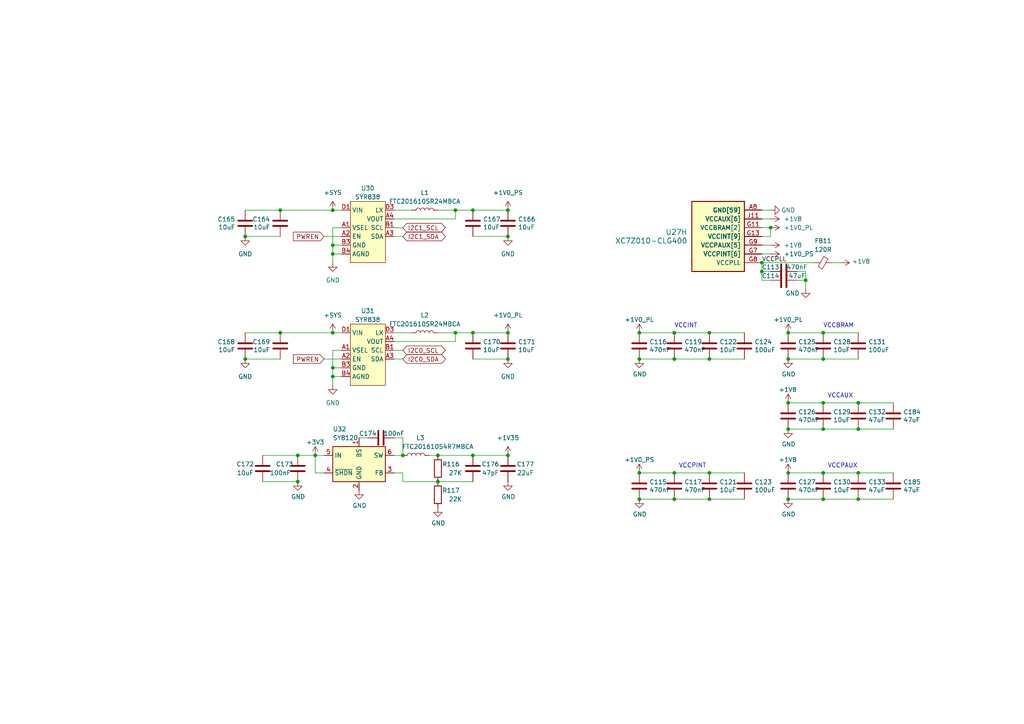
<source format=kicad_sch>
(kicad_sch (version 20231120) (generator "eeschema") (generator_version "8.0")
  (paper "A4")
  (title_block (title "Sitina 1 Sensor Board") (date "2024-03-25") (rev "R0.9") (company "Copyright 2024 Wenting Zhang"))
  (junction (at 137.16 96.52))
  (junction (at 127 139.7) (diameter 0.9144))
  (junction (at 195.58 137.16))
  (junction (at 96.52 73.66))
  (junction (at 248.92 124.46))
  (junction (at 147.32 96.52))
  (junction (at 96.52 60.96))
  (junction (at 228.6 137.16))
  (junction (at 185.42 144.78))
  (junction (at 147.32 132.08))
  (junction (at 116.84 132.08))
  (junction (at 195.58 96.52))
  (junction (at 147.32 104.14))
  (junction (at 248.92 144.78))
  (junction (at 220.98 78.74))
  (junction (at 147.32 68.58))
  (junction (at 71.12 104.14))
  (junction (at 86.36 139.7) (diameter 0.9144))
  (junction (at 205.74 104.14))
  (junction (at 238.76 116.84))
  (junction (at 223.52 66.04))
  (junction (at 137.16 60.96))
  (junction (at 228.6 104.14))
  (junction (at 132.08 60.96))
  (junction (at 228.6 96.52))
  (junction (at 147.32 60.96))
  (junction (at 238.76 104.14))
  (junction (at 233.68 81.28))
  (junction (at 238.76 144.78))
  (junction (at 185.42 96.52))
  (junction (at 195.58 104.14))
  (junction (at 91.44 132.08) (diameter 0.9144))
  (junction (at 71.12 68.58))
  (junction (at 132.08 96.52))
  (junction (at 238.76 137.16))
  (junction (at 185.42 104.14))
  (junction (at 96.52 71.12))
  (junction (at 86.36 132.08))
  (junction (at 205.74 144.78))
  (junction (at 195.58 144.78))
  (junction (at 137.16 132.08))
  (junction (at 96.52 109.22))
  (junction (at 220.98 76.2))
  (junction (at 248.92 116.84))
  (junction (at 81.28 96.52))
  (junction (at 205.74 96.52))
  (junction (at 127 132.08) (diameter 0.9144))
  (junction (at 96.52 106.68))
  (junction (at 228.6 116.84))
  (junction (at 238.76 124.46))
  (junction (at 185.42 137.16))
  (junction (at 81.28 60.96))
  (junction (at 248.92 137.16))
  (junction (at 205.74 137.16))
  (junction (at 238.76 96.52))
  (junction (at 228.6 124.46))
  (junction (at 96.52 96.52))
  (junction (at 228.6 144.78))
  (wire (pts (xy 96.52 73.66) (xy 96.52 76.2)))
  (wire (pts (xy 220.98 81.28) (xy 223.52 81.28)))
  (wire (pts (xy 195.58 137.16) (xy 205.74 137.16)))
  (wire (pts (xy 114.3 66.04) (xy 116.84 66.04)))
  (wire (pts (xy 96.52 101.6) (xy 96.52 106.68)))
  (wire (pts (xy 91.44 132.08) (xy 93.98 132.08)))
  (wire (pts (xy 132.08 96.52) (xy 137.16 96.52)))
  (wire (pts (xy 96.52 106.68) (xy 99.06 106.68)))
  (wire (pts (xy 114.3 104.14) (xy 116.84 104.14)))
  (wire (pts (xy 114.3 127) (xy 116.84 127)))
  (wire (pts (xy 220.98 68.58) (xy 223.52 68.58)))
  (wire (pts (xy 147.32 68.58) (xy 137.16 68.58)))
  (wire (pts (xy 114.3 99.06) (xy 132.08 99.06)))
  (wire (pts (xy 114.3 60.96) (xy 119.38 60.96)))
  (wire (pts (xy 114.3 68.58) (xy 116.84 68.58)))
  (wire (pts (xy 228.6 96.52) (xy 238.76 96.52)))
  (wire (pts (xy 96.52 73.66) (xy 99.06 73.66)))
  (wire (pts (xy 71.12 60.96) (xy 81.28 60.96)))
  (wire (pts (xy 220.98 60.96) (xy 223.52 60.96)))
  (wire (pts (xy 238.76 116.84) (xy 248.92 116.84)))
  (wire (pts (xy 116.84 132.08) (xy 114.3 132.08)))
  (wire (pts (xy 116.84 127) (xy 116.84 132.08)))
  (wire (pts (xy 220.98 78.74) (xy 223.52 78.74)))
  (wire (pts (xy 205.74 137.16) (xy 215.9 137.16)))
  (wire (pts (xy 248.92 124.46) (xy 259.08 124.46)))
  (wire (pts (xy 81.28 96.52) (xy 96.52 96.52)))
  (wire (pts (xy 195.58 96.52) (xy 205.74 96.52)))
  (wire (pts (xy 76.2 132.08) (xy 86.36 132.08)))
  (wire (pts (xy 223.52 66.04) (xy 223.52 68.58)))
  (wire (pts (xy 96.52 71.12) (xy 96.52 73.66)))
  (wire (pts (xy 71.12 68.58) (xy 81.28 68.58)))
  (wire (pts (xy 96.52 66.04) (xy 96.52 71.12)))
  (wire (pts (xy 195.58 104.14) (xy 205.74 104.14)))
  (wire (pts (xy 96.52 109.22) (xy 96.52 111.76)))
  (wire (pts (xy 127 139.7) (xy 137.16 139.7)))
  (wire (pts (xy 96.52 106.68) (xy 96.52 109.22)))
  (wire (pts (xy 93.98 68.58) (xy 99.06 68.58)))
  (wire (pts (xy 99.06 101.6) (xy 96.52 101.6)))
  (wire (pts (xy 220.98 73.66) (xy 223.52 73.66)))
  (wire (pts (xy 241.3 76.2) (xy 243.84 76.2)))
  (wire (pts (xy 228.6 144.78) (xy 238.76 144.78)))
  (wire (pts (xy 205.74 144.78) (xy 215.9 144.78)))
  (wire (pts (xy 185.42 96.52) (xy 195.58 96.52)))
  (wire (pts (xy 137.16 132.08) (xy 147.32 132.08)))
  (wire (pts (xy 238.76 137.16) (xy 248.92 137.16)))
  (wire (pts (xy 127 132.08) (xy 124.46 132.08)))
  (wire (pts (xy 104.14 127) (xy 106.68 127)))
  (wire (pts (xy 81.28 60.96) (xy 96.52 60.96)))
  (wire (pts (xy 76.2 139.7) (xy 86.36 139.7)))
  (wire (pts (xy 233.68 78.74) (xy 233.68 81.28)))
  (wire (pts (xy 220.98 71.12) (xy 223.52 71.12)))
  (wire (pts (xy 185.42 137.16) (xy 195.58 137.16)))
  (wire (pts (xy 96.52 71.12) (xy 99.06 71.12)))
  (wire (pts (xy 228.6 104.14) (xy 238.76 104.14)))
  (wire (pts (xy 132.08 99.06) (xy 132.08 96.52)))
  (wire (pts (xy 147.32 104.14) (xy 137.16 104.14)))
  (wire (pts (xy 91.44 132.08) (xy 91.44 137.16)))
  (wire (pts (xy 220.98 76.2) (xy 236.22 76.2)))
  (wire (pts (xy 248.92 144.78) (xy 259.08 144.78)))
  (wire (pts (xy 137.16 60.96) (xy 147.32 60.96)))
  (wire (pts (xy 220.98 66.04) (xy 223.52 66.04)))
  (wire (pts (xy 114.3 63.5) (xy 132.08 63.5)))
  (wire (pts (xy 228.6 116.84) (xy 238.76 116.84)))
  (wire (pts (xy 228.6 137.16) (xy 238.76 137.16)))
  (wire (pts (xy 132.08 60.96) (xy 137.16 60.96)))
  (wire (pts (xy 127 132.08) (xy 137.16 132.08)))
  (wire (pts (xy 96.52 96.52) (xy 99.06 96.52)))
  (wire (pts (xy 99.06 66.04) (xy 96.52 66.04)))
  (wire (pts (xy 238.76 124.46) (xy 248.92 124.46)))
  (wire (pts (xy 238.76 96.52) (xy 248.92 96.52)))
  (wire (pts (xy 231.14 81.28) (xy 233.68 81.28)))
  (wire (pts (xy 93.98 104.14) (xy 99.06 104.14)))
  (wire (pts (xy 116.84 137.16) (xy 116.84 139.7)))
  (wire (pts (xy 96.52 60.96) (xy 99.06 60.96)))
  (wire (pts (xy 205.74 96.52) (xy 215.9 96.52)))
  (wire (pts (xy 71.12 104.14) (xy 81.28 104.14)))
  (wire (pts (xy 220.98 63.5) (xy 223.52 63.5)))
  (wire (pts (xy 220.98 76.2) (xy 220.98 78.74)))
  (wire (pts (xy 220.98 78.74) (xy 220.98 81.28)))
  (wire (pts (xy 248.92 137.16) (xy 259.08 137.16)))
  (wire (pts (xy 71.12 96.52) (xy 81.28 96.52)))
  (wire (pts (xy 132.08 60.96) (xy 127 60.96)))
  (wire (pts (xy 132.08 96.52) (xy 127 96.52)))
  (wire (pts (xy 233.68 81.28) (xy 233.68 83.82)))
  (wire (pts (xy 248.92 116.84) (xy 259.08 116.84)))
  (wire (pts (xy 137.16 96.52) (xy 147.32 96.52)))
  (wire (pts (xy 114.3 96.52) (xy 119.38 96.52)))
  (wire (pts (xy 114.3 101.6) (xy 116.84 101.6)))
  (wire (pts (xy 238.76 144.78) (xy 248.92 144.78)))
  (wire (pts (xy 205.74 104.14) (xy 215.9 104.14)))
  (wire (pts (xy 127 139.7) (xy 116.84 139.7)))
  (wire (pts (xy 238.76 104.14) (xy 248.92 104.14)))
  (wire (pts (xy 96.52 109.22) (xy 99.06 109.22)))
  (wire (pts (xy 231.14 78.74) (xy 233.68 78.74)))
  (wire (pts (xy 185.42 104.14) (xy 195.58 104.14)))
  (wire (pts (xy 185.42 144.78) (xy 195.58 144.78)))
  (wire (pts (xy 93.98 137.16) (xy 91.44 137.16)))
  (wire (pts (xy 195.58 144.78) (xy 205.74 144.78)))
  (wire (pts (xy 114.3 137.16) (xy 116.84 137.16)))
  (wire (pts (xy 132.08 63.5) (xy 132.08 60.96)))
  (wire (pts (xy 86.36 132.08) (xy 91.44 132.08)))
  (wire (pts (xy 228.6 124.46) (xy 238.76 124.46)))
  (text "VCCPINT" (at 196.85 135.89 0) (effects (font (size 1.27 1.27)) (justify left bottom)))
  (text "VCCBRAM" (at 238.76 95.25 0) (effects (font (size 1.27 1.27)) (justify left bottom)))
  (text "VCCINT" (at 195.58 95.25 0) (effects (font (size 1.27 1.27)) (justify left bottom)))
  (text "VCCPAUX" (at 240.03 135.89 0) (effects (font (size 1.27 1.27)) (justify left bottom)))
  (text "VCCAUX" (at 240.03 115.57 0) (effects (font (size 1.27 1.27)) (justify left bottom)))
  (label "VCCPLL" (at 220.98 76.2 0))
  (global_label "PWREN" (shape input) (at 93.98 68.58 180) (property "Intersheetrefs" "${INTERSHEET_REFS}" (effects (hide yes))))
  (global_label "I2C1_SDA" (shape bidirectional) (at 116.84 68.58 0) (property "Intersheetrefs" "${INTERSHEET_REFS}" (effects (hide yes))))
  (global_label "PWREN" (shape input) (at 93.98 104.14 180) (property "Intersheetrefs" "${INTERSHEET_REFS}" (effects (hide yes))))
  (global_label "I2C0_SDA" (shape bidirectional) (at 116.84 104.14 0) (property "Intersheetrefs" "${INTERSHEET_REFS}" (effects (hide yes))))
  (global_label "I2C0_SCL" (shape bidirectional) (at 116.84 101.6 0) (property "Intersheetrefs" "${INTERSHEET_REFS}" (effects (hide yes))))
  (global_label "I2C1_SCL" (shape bidirectional) (at 116.84 66.04 0) (property "Intersheetrefs" "${INTERSHEET_REFS}" (effects (hide yes))))
  (symbol (lib_id "power:+1V0") (at 223.52 73.66 270) (unit 1)
    (property "Reference" "#PWR0214" (effects (hide yes)))
    (property "Value" "+1V0_PS" (at 227.33 73.6599 90) (effects (justify left)))
    (property "Description" "Power symbol creates a global label with name \"+1V0\"" (effects (hide yes)))
  )
  (symbol (lib_id "Device:L") (at 123.19 60.96 90) (unit 1)
    (property "Reference" "L1" (at 123.19 55.88 90))
    (property "Value" "FTC201610SR24MBCA" (at 123.19 58.42 90))
    (property "Footprint" "Inductor_SMD:L_Murata_DFE201610P" (effects (hide yes)))
  )
  (symbol (lib_id "Device:C") (at 110.49 127 270) (unit 1)
    (property "Reference" "C174" (at 106.68 125.73 90))
    (property "Value" "100nF" (at 114.3 125.73 90))
    (property "Footprint" "Capacitor_SMD:C_0402_1005Metric" (effects (hide yes)))
  )
  (symbol (lib_id "power:+3V3") (at 91.44 132.08 0) (unit 1)
    (property "Reference" "#PWR0283" (effects (hide yes)))
    (property "Value" "+3V3" (at 91.44 128.27 0))
  )
  (symbol (lib_id "Device:C") (at 227.33 81.28 270) (unit 1)
    (property "Reference" "C114" (at 223.52 80.01 90))
    (property "Value" "47uF" (at 231.14 80.01 90))
    (property "Footprint" "Capacitor_SMD:C_0805_2012Metric" (effects (hide yes)))
  )
  (symbol (lib_id "Device:C") (at 259.08 120.65 0) (unit 1)
    (property "Reference" "C184" (at 262.001 119.4816 0) (effects (justify left)))
    (property "Value" "47uF" (at 262.001 121.793 0) (effects (justify left)))
    (property "Footprint" "Capacitor_SMD:C_0603_1608Metric" (effects (hide yes)))
  )
  (symbol (lib_id "power:+1V0") (at 228.6 96.52 0) (unit 1)
    (property "Reference" "#PWR0234" (effects (hide yes)))
    (property "Value" "+1V0_PL" (at 228.6 92.71 0))
    (property "Description" "Power symbol creates a global label with name \"+1V0\"" (effects (hide yes)))
  )
  (symbol (lib_id "power:+1V8") (at 228.6 116.84 0) (mirror y) (unit 1)
    (property "Reference" "#PWR0240" (effects (hide yes)))
    (property "Value" "+1V8" (at 231.14 113.03 0) (effects (justify left)))
  )
  (symbol (lib_id "power:GND") (at 71.12 68.58 0) (unit 1)
    (property "Reference" "#PWR0275" (effects (hide yes)))
    (property "Value" "GND" (at 71.12 73.66 0))
    (property "Description" "Power symbol creates a global label with name \"GND\" , ground" (effects (hide yes)))
  )
  (symbol (lib_id "power:GND") (at 228.6 144.78 0) (unit 1)
    (property "Reference" "#PWR0243" (effects (hide yes)))
    (property "Value" "GND" (at 228.727 149.1742 0))
  )
  (symbol (lib_id "power:+1V0") (at 147.32 96.52 0) (unit 1)
    (property "Reference" "#PWR0281" (effects (hide yes)))
    (property "Value" "+1V0_PL" (at 147.32 91.44 0))
    (property "Description" "Power symbol creates a global label with name \"+1V0\"" (effects (hide yes)))
  )
  (symbol (lib_id "Device:C") (at 147.32 64.77 0) (unit 1)
    (property "Reference" "C166" (at 150.241 63.6016 0) (effects (justify left)))
    (property "Value" "10uF" (at 150.241 65.913 0) (effects (justify left)))
    (property "Footprint" "Capacitor_SMD:C_0603_1608Metric" (effects (hide yes)))
  )
  (symbol (lib_id "Device:C") (at 185.42 100.33 0) (unit 1)
    (property "Reference" "C116" (at 188.341 99.1616 0) (effects (justify left)))
    (property "Value" "470nF" (at 188.341 101.473 0) (effects (justify left)))
    (property "Footprint" "Capacitor_SMD:C_0402_1005Metric" (effects (hide yes)))
  )
  (symbol (lib_id "power:GND") (at 127 147.32 0) (unit 1)
    (property "Reference" "#PWR0287" (effects (hide yes)))
    (property "Value" "GND" (at 127.127 151.7142 0))
  )
  (symbol (lib_id "Device:R") (at 127 135.89 180) (unit 1)
    (property "Reference" "R116" (at 130.81 134.62 0))
    (property "Value" "27K" (at 132.08 137.16 0))
    (property "Footprint" "Resistor_SMD:R_0402_1005Metric" (effects (hide yes)))
  )
  (symbol (lib_id "Device:C") (at 76.2 135.89 0) (mirror y) (unit 1)
    (property "Reference" "C172" (at 71.12 134.62 0))
    (property "Value" "10uF" (at 71.12 137.16 0))
    (property "Footprint" "Capacitor_SMD:C_0603_1608Metric" (effects (hide yes)))
  )
  (symbol (lib_id "power:+1V35") (at 147.32 132.08 0) (unit 1)
    (property "Reference" "#PWR0284" (effects (hide yes)))
    (property "Value" "+1V35" (at 147.32 127 0))
    (property "Description" "Power symbol creates a global label with name \"+1V35\"" (effects (hide yes)))
  )
  (symbol (lib_id "power:+1V8") (at 223.52 63.5 270) (mirror x) (unit 1)
    (property "Reference" "#PWR0213" (effects (hide yes)))
    (property "Value" "+1V8" (at 227.33 63.5 90) (effects (justify left)))
  )
  (symbol (lib_id "power:GND") (at 228.6 124.46 0) (unit 1)
    (property "Reference" "#PWR0241" (effects (hide yes)))
    (property "Value" "GND" (at 228.727 128.8542 0))
  )
  (symbol (lib_id "symbols:XC7Z007S-CLG400") (at 220.98 60.96 0) (mirror y) (unit 8)
    (property "Reference" "U27" (at 199.39 67.31 0) (effects (font (size 1.524 1.524)) (justify left)))
    (property "Value" "XC7Z010-CLG400" (at 199.39 69.85 0) (effects (font (size 1.524 1.524)) (justify left)))
    (property "Footprint" "Package_BGA:Xilinx_CLG400" (effects (hide yes)))
    (property "desc" "xc7z007sclg400" (effects (hide yes)))
  )
  (symbol (lib_id "power:GND") (at 104.14 142.24 0) (unit 1)
    (property "Reference" "#PWR0285" (effects (hide yes)))
    (property "Value" "GND" (at 104.267 146.6342 0))
  )
  (symbol (lib_id "power:GND") (at 96.52 76.2 0) (unit 1)
    (property "Reference" "#PWR0274" (effects (hide yes)))
    (property "Value" "GND" (at 96.52 81.28 0))
    (property "Description" "Power symbol creates a global label with name \"GND\" , ground" (effects (hide yes)))
  )
  (symbol (lib_id "Device:C") (at 81.28 100.33 0) (mirror y) (unit 1)
    (property "Reference" "C169" (at 78.359 99.1616 0) (effects (justify left)))
    (property "Value" "10uF" (at 78.359 101.473 0) (effects (justify left)))
    (property "Footprint" "Capacitor_SMD:C_0603_1608Metric" (effects (hide yes)))
  )
  (symbol (lib_id "power:GND") (at 147.32 139.7 0) (unit 1)
    (property "Reference" "#PWR0289" (effects (hide yes)))
    (property "Value" "GND" (at 147.447 144.0942 0))
  )
  (symbol (lib_id "power:+1V8") (at 243.84 76.2 270) (mirror x) (unit 1)
    (property "Reference" "#PWR0225" (effects (hide yes)))
    (property "Value" "+1V8" (at 247.0912 75.819 90) (effects (justify left)))
  )
  (symbol (lib_id "power:GND") (at 71.12 104.14 0) (unit 1)
    (property "Reference" "#PWR0278" (effects (hide yes)))
    (property "Value" "GND" (at 71.12 109.22 0))
    (property "Description" "Power symbol creates a global label with name \"GND\" , ground" (effects (hide yes)))
  )
  (symbol (lib_id "Device:C") (at 228.6 120.65 0) (unit 1)
    (property "Reference" "C126" (at 231.521 119.4816 0) (effects (justify left)))
    (property "Value" "470nF" (at 231.521 121.793 0) (effects (justify left)))
    (property "Footprint" "Capacitor_SMD:C_0402_1005Metric" (effects (hide yes)))
  )
  (symbol (lib_id "power:GND") (at 96.52 111.76 0) (unit 1)
    (property "Reference" "#PWR0280" (effects (hide yes)))
    (property "Value" "GND" (at 96.52 116.84 0))
    (property "Description" "Power symbol creates a global label with name \"GND\" , ground" (effects (hide yes)))
  )
  (symbol (lib_id "Device:C") (at 238.76 100.33 0) (unit 1)
    (property "Reference" "C128" (at 241.681 99.1616 0) (effects (justify left)))
    (property "Value" "10uF" (at 241.681 101.473 0) (effects (justify left)))
    (property "Footprint" "Capacitor_SMD:C_0603_1608Metric" (effects (hide yes)))
  )
  (symbol (lib_id "Device:C") (at 248.92 140.97 0) (unit 1)
    (property "Reference" "C133" (at 251.841 139.8016 0) (effects (justify left)))
    (property "Value" "47uF" (at 251.841 142.113 0) (effects (justify left)))
    (property "Footprint" "Capacitor_SMD:C_0603_1608Metric" (effects (hide yes)))
  )
  (symbol (lib_id "power:+1V0") (at 223.52 66.04 270) (unit 1)
    (property "Reference" "#PWR0215" (effects (hide yes)))
    (property "Value" "+1V0_PL" (at 227.33 66.0399 90) (effects (justify left)))
    (property "Description" "Power symbol creates a global label with name \"+1V0\"" (effects (hide yes)))
  )
  (symbol (lib_id "Device:C") (at 81.28 64.77 0) (mirror y) (unit 1)
    (property "Reference" "C164" (at 78.359 63.6016 0) (effects (justify left)))
    (property "Value" "10uF" (at 78.359 65.913 0) (effects (justify left)))
    (property "Footprint" "Capacitor_SMD:C_0603_1608Metric" (effects (hide yes)))
  )
  (symbol (lib_id "Device:C") (at 71.12 64.77 0) (mirror y) (unit 1)
    (property "Reference" "C165" (at 68.199 63.6016 0) (effects (justify left)))
    (property "Value" "10uF" (at 68.199 65.913 0) (effects (justify left)))
    (property "Footprint" "Capacitor_SMD:C_0603_1608Metric" (effects (hide yes)))
  )
  (symbol (lib_id "Device:L") (at 123.19 96.52 90) (unit 1)
    (property "Reference" "L2" (at 123.19 91.44 90))
    (property "Value" "FTC201610SR24MBCA" (at 123.19 93.98 90))
    (property "Footprint" "Inductor_SMD:L_Murata_DFE201610P" (effects (hide yes)))
  )
  (symbol (lib_id "Device:C") (at 137.16 135.89 180) (unit 1)
    (property "Reference" "C176" (at 142.24 134.62 0))
    (property "Value" "47pF" (at 142.24 137.16 0))
    (property "Footprint" "Capacitor_SMD:C_0402_1005Metric" (effects (hide yes)))
  )
  (symbol (lib_id "Device:C") (at 228.6 100.33 0) (unit 1)
    (property "Reference" "C125" (at 231.521 99.1616 0) (effects (justify left)))
    (property "Value" "470nF" (at 231.521 101.473 0) (effects (justify left)))
    (property "Footprint" "Capacitor_SMD:C_0402_1005Metric" (effects (hide yes)))
  )
  (symbol (lib_id "power:+1V8") (at 228.6 137.16 0) (mirror y) (unit 1)
    (property "Reference" "#PWR0242" (effects (hide yes)))
    (property "Value" "+1V8" (at 231.14 133.35 0) (effects (justify left)))
  )
  (symbol (lib_id "power:GND") (at 86.36 139.7 0) (unit 1)
    (property "Reference" "#PWR0217" (effects (hide yes)))
    (property "Value" "GND" (at 86.487 144.0942 0))
  )
  (symbol (lib_id "Device:C") (at 215.9 100.33 0) (unit 1)
    (property "Reference" "C124" (at 218.821 99.1616 0) (effects (justify left)))
    (property "Value" "100uF" (at 218.821 101.473 0) (effects (justify left)))
    (property "Footprint" "Capacitor_SMD:C_0805_2012Metric" (effects (hide yes)))
  )
  (symbol (lib_id "Device:C") (at 227.33 78.74 270) (unit 1)
    (property "Reference" "C113" (at 223.52 77.47 90))
    (property "Value" "470nF" (at 231.14 77.47 90))
    (property "Footprint" "Capacitor_SMD:C_0402_1005Metric" (effects (hide yes)))
  )
  (symbol (lib_id "Device:FerriteBead_Small") (at 238.76 76.2 90) (unit 1)
    (property "Reference" "FB11" (at 238.7219 69.85 90))
    (property "Value" "120R" (at 238.7219 72.39 90))
    (property "Footprint" "Inductor_SMD:L_0402_1005Metric" (effects (hide yes)))
  )
  (symbol (lib_id "Device:C") (at 195.58 100.33 0) (unit 1)
    (property "Reference" "C119" (at 198.501 99.1616 0) (effects (justify left)))
    (property "Value" "470nF" (at 198.501 101.473 0) (effects (justify left)))
    (property "Footprint" "Capacitor_SMD:C_0402_1005Metric" (effects (hide yes)))
  )
  (symbol (lib_id "Device:R") (at 127 143.51 180) (unit 1)
    (property "Reference" "R117" (at 130.81 142.24 0))
    (property "Value" "22K" (at 132.08 144.78 0))
    (property "Footprint" "Resistor_SMD:R_0402_1005Metric" (effects (hide yes)))
  )
  (symbol (lib_id "symbols:+SYS") (at 96.52 60.96 0) (unit 1)
    (property "Reference" "#PWR0273" (effects (hide yes)))
    (property "Value" "+SYS" (at 96.52 55.88 0))
  )
  (symbol (lib_id "power:GND") (at 228.6 104.14 0) (unit 1)
    (property "Reference" "#PWR0239" (effects (hide yes)))
    (property "Value" "GND" (at 228.727 108.5342 0))
  )
  (symbol (lib_id "symbols:SY8120") (at 104.14 134.62 0) (unit 1)
    (property "Reference" "U32" (at 96.52 124.46 0) (effects (justify left)))
    (property "Value" "SY8120" (at 96.52 127 0) (effects (justify left)))
    (property "Footprint" "Package_TO_SOT_SMD:TSOT-23-6" (effects (hide yes)))
  )
  (symbol (lib_id "Device:C") (at 137.16 64.77 0) (unit 1)
    (property "Reference" "C167" (at 140.081 63.6016 0) (effects (justify left)))
    (property "Value" "10uF" (at 140.081 65.913 0) (effects (justify left)))
    (property "Footprint" "Capacitor_SMD:C_0603_1608Metric" (effects (hide yes)))
  )
  (symbol (lib_id "Device:C") (at 86.36 135.89 180) (unit 1)
    (property "Reference" "C173" (at 82.55 134.62 0))
    (property "Value" "100nF" (at 81.28 137.16 0))
    (property "Footprint" "Capacitor_SMD:C_0402_1005Metric" (effects (hide yes)))
  )
  (symbol (lib_id "Device:C") (at 137.16 100.33 0) (unit 1)
    (property "Reference" "C170" (at 140.081 99.1616 0) (effects (justify left)))
    (property "Value" "10uF" (at 140.081 101.473 0) (effects (justify left)))
    (property "Footprint" "Capacitor_SMD:C_0603_1608Metric" (effects (hide yes)))
  )
  (symbol (lib_id "power:GND") (at 233.68 83.82 0) (unit 1)
    (property "Reference" "#PWR0224" (effects (hide yes)))
    (property "Value" "GND" (at 229.87 85.09 0))
  )
  (symbol (lib_id "Device:C") (at 205.74 140.97 0) (unit 1)
    (property "Reference" "C121" (at 208.661 139.8016 0) (effects (justify left)))
    (property "Value" "10uF" (at 208.661 142.113 0) (effects (justify left)))
    (property "Footprint" "Capacitor_SMD:C_0603_1608Metric" (effects (hide yes)))
  )
  (symbol (lib_id "power:+1V8") (at 223.52 71.12 270) (mirror x) (unit 1)
    (property "Reference" "#PWR0216" (effects (hide yes)))
    (property "Value" "+1V8" (at 227.33 71.12 90) (effects (justify left)))
  )
  (symbol (lib_id "Device:C") (at 248.92 120.65 0) (unit 1)
    (property "Reference" "C132" (at 251.841 119.4816 0) (effects (justify left)))
    (property "Value" "47uF" (at 251.841 121.793 0) (effects (justify left)))
    (property "Footprint" "Capacitor_SMD:C_0603_1608Metric" (effects (hide yes)))
  )
  (symbol (lib_id "power:GND") (at 223.52 60.96 90) (unit 1)
    (property "Reference" "#PWR0212" (effects (hide yes)))
    (property "Value" "GND" (at 228.6 60.96 90))
  )
  (symbol (lib_id "Device:C") (at 195.58 140.97 0) (unit 1)
    (property "Reference" "C117" (at 198.501 139.8016 0) (effects (justify left)))
    (property "Value" "470nF" (at 198.501 142.113 0) (effects (justify left)))
    (property "Footprint" "Capacitor_SMD:C_0402_1005Metric" (effects (hide yes)))
  )
  (symbol (lib_id "power:+1V0") (at 147.32 60.96 0) (unit 1)
    (property "Reference" "#PWR0277" (effects (hide yes)))
    (property "Value" "+1V0_PS" (at 147.32 55.88 0))
    (property "Description" "Power symbol creates a global label with name \"+1V0\"" (effects (hide yes)))
  )
  (symbol (lib_id "Device:C") (at 248.92 100.33 0) (unit 1)
    (property "Reference" "C131" (at 251.841 99.1616 0) (effects (justify left)))
    (property "Value" "100uF" (at 251.841 101.473 0) (effects (justify left)))
    (property "Footprint" "Capacitor_SMD:C_0805_2012Metric" (effects (hide yes)))
  )
  (symbol (lib_id "symbols:+SYS") (at 96.52 96.52 0) (unit 1)
    (property "Reference" "#PWR0279" (effects (hide yes)))
    (property "Value" "+SYS" (at 96.52 91.44 0))
  )
  (symbol (lib_id "Device:C") (at 71.12 100.33 0) (mirror y) (unit 1)
    (property "Reference" "C168" (at 68.199 99.1616 0) (effects (justify left)))
    (property "Value" "10uF" (at 68.199 101.473 0) (effects (justify left)))
    (property "Footprint" "Capacitor_SMD:C_0603_1608Metric" (effects (hide yes)))
  )
  (symbol (lib_id "power:GND") (at 147.32 68.58 0) (mirror y) (unit 1)
    (property "Reference" "#PWR0276" (effects (hide yes)))
    (property "Value" "GND" (at 147.32 73.66 0))
    (property "Description" "Power symbol creates a global label with name \"GND\" , ground" (effects (hide yes)))
  )
  (symbol (lib_id "Device:C") (at 147.32 135.89 0) (unit 1)
    (property "Reference" "C177" (at 152.4 134.62 0))
    (property "Value" "22uF" (at 152.4 137.16 0))
    (property "Footprint" "Capacitor_SMD:C_0603_1608Metric" (effects (hide yes)))
  )
  (symbol (lib_id "Device:C") (at 259.08 140.97 0) (unit 1)
    (property "Reference" "C185" (at 262.001 139.8016 0) (effects (justify left)))
    (property "Value" "47uF" (at 262.001 142.113 0) (effects (justify left)))
    (property "Footprint" "Capacitor_SMD:C_0603_1608Metric" (effects (hide yes)))
  )
  (symbol (lib_id "Device:C") (at 147.32 100.33 0) (unit 1)
    (property "Reference" "C171" (at 150.241 99.1616 0) (effects (justify left)))
    (property "Value" "10uF" (at 150.241 101.473 0) (effects (justify left)))
    (property "Footprint" "Capacitor_SMD:C_0603_1608Metric" (effects (hide yes)))
  )
  (symbol (lib_id "power:+1V0") (at 185.42 137.16 0) (unit 1)
    (property "Reference" "#PWR0244" (effects (hide yes)))
    (property "Value" "+1V0_PS" (at 185.42 133.35 0))
    (property "Description" "Power symbol creates a global label with name \"+1V0\"" (effects (hide yes)))
  )
  (symbol (lib_id "Device:C") (at 238.76 120.65 0) (unit 1)
    (property "Reference" "C129" (at 241.681 119.4816 0) (effects (justify left)))
    (property "Value" "10uF" (at 241.681 121.793 0) (effects (justify left)))
    (property "Footprint" "Capacitor_SMD:C_0603_1608Metric" (effects (hide yes)))
  )
  (symbol (lib_id "power:+1V0") (at 185.42 96.52 0) (unit 1)
    (property "Reference" "#PWR0229" (effects (hide yes)))
    (property "Value" "+1V0_PL" (at 185.42 92.71 0))
    (property "Description" "Power symbol creates a global label with name \"+1V0\"" (effects (hide yes)))
  )
  (symbol (lib_id "Device:C") (at 228.6 140.97 0) (unit 1)
    (property "Reference" "C127" (at 231.521 139.8016 0) (effects (justify left)))
    (property "Value" "470nF" (at 231.521 142.113 0) (effects (justify left)))
    (property "Footprint" "Capacitor_SMD:C_0402_1005Metric" (effects (hide yes)))
  )
  (symbol (lib_id "symbols:SYR838") (at 106.68 93.98 0) (unit 1)
    (property "Reference" "U31" (at 106.6502 90.17 0))
    (property "Value" "SYR838" (at 106.6502 92.71 0))
    (property "Footprint" "footprints:CSP-20_4x5_1.6x2.0mm" (effects (hide yes)))
  )
  (symbol (lib_id "power:GND") (at 185.42 144.78 0) (unit 1)
    (property "Reference" "#PWR0228" (effects (hide yes)))
    (property "Value" "GND" (at 185.547 149.1742 0))
  )
  (symbol (lib_id "Device:C") (at 185.42 140.97 0) (unit 1)
    (property "Reference" "C115" (at 188.341 139.8016 0) (effects (justify left)))
    (property "Value" "470nF" (at 188.341 142.113 0) (effects (justify left)))
    (property "Footprint" "Capacitor_SMD:C_0402_1005Metric" (effects (hide yes)))
  )
  (symbol (lib_id "power:GND") (at 185.42 104.14 0) (unit 1)
    (property "Reference" "#PWR0230" (effects (hide yes)))
    (property "Value" "GND" (at 185.547 108.5342 0))
  )
  (symbol (lib_id "Device:C") (at 215.9 140.97 0) (unit 1)
    (property "Reference" "C123" (at 218.821 139.8016 0) (effects (justify left)))
    (property "Value" "100uF" (at 218.821 142.113 0) (effects (justify left)))
    (property "Footprint" "Capacitor_SMD:C_0805_2012Metric" (effects (hide yes)))
  )
  (symbol (lib_id "symbols:SYR838") (at 106.68 58.42 0) (unit 1)
    (property "Reference" "U30" (at 106.6502 54.61 0))
    (property "Value" "SYR838" (at 106.6502 57.15 0))
    (property "Footprint" "footprints:CSP-20_4x5_1.6x2.0mm" (effects (hide yes)))
  )
  (symbol (lib_id "Device:C") (at 238.76 140.97 0) (unit 1)
    (property "Reference" "C130" (at 241.681 139.8016 0) (effects (justify left)))
    (property "Value" "10uF" (at 241.681 142.113 0) (effects (justify left)))
    (property "Footprint" "Capacitor_SMD:C_0603_1608Metric" (effects (hide yes)))
  )
  (symbol (lib_id "power:GND") (at 147.32 104.14 0) (mirror y) (unit 1)
    (property "Reference" "#PWR0282" (effects (hide yes)))
    (property "Value" "GND" (at 147.32 109.22 0))
    (property "Description" "Power symbol creates a global label with name \"GND\" , ground" (effects (hide yes)))
  )
  (symbol (lib_id "Device:L") (at 120.65 132.08 90) (unit 1)
    (property "Reference" "L3" (at 121.92 127 90))
    (property "Value" "FTC201610S4R7MBCA" (at 127 129.54 90))
    (property "Footprint" "Inductor_SMD:L_Murata_DFE201610P" (effects (hide yes)))
  )
  (symbol (lib_id "Device:C") (at 205.74 100.33 0) (unit 1)
    (property "Reference" "C122" (at 208.661 99.1616 0) (effects (justify left)))
    (property "Value" "10uF" (at 208.661 101.473 0) (effects (justify left)))
    (property "Footprint" "Capacitor_SMD:C_0603_1608Metric" (effects (hide yes)))
  )
)
</source>
